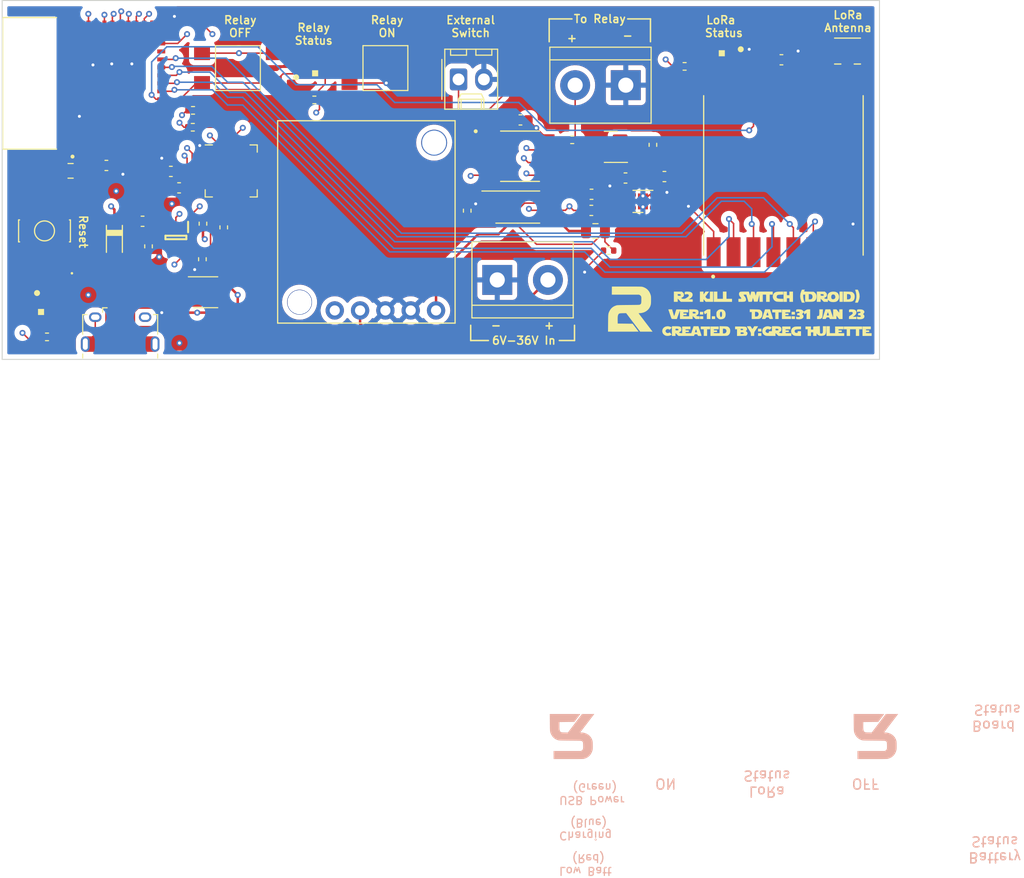
<source format=kicad_pcb>
(kicad_pcb (version 20211014) (generator pcbnew)
  (title_block (title "Kill Switch - Remote") (date "2023-01-18") (rev "1.0") (company "Created by: Greg Hulette") (comment 1 "- Creates WiFi Network for Remote Web Access") (comment 2 "- WiFi to LoRa Bridge") (comment 3 "- Buttons for Master Relay"))
  (layers (0 "F.Cu" signal) (1 "In1.Cu" signal) (2 "In2.Cu" signal) (31 "B.Cu" signal) (34 "B.Paste" user) (35 "F.Paste" user) (36 "B.SilkS" user "B.Silkscreen") (37 "F.SilkS" user "F.Silkscreen") (38 "B.Mask" user) (39 "F.Mask" user) (44 "Edge.Cuts" user))
  (net 0 "")
  (net 1 "+3V3")
  (net 2 "GND")
  (net 3 "RESET")
  (net 4 "Net-(C6-Pad2)")
  (net 5 "VBUS")
  (net 6 "+5V")
  (net 7 "Net-(D1-PadA)")
  (net 8 "USB_DP")
  (net 9 "USB_DN")
  (net 10 "EXT_Switch")
  (net 11 "Net-(J5-Pad2)")
  (net 13 "unconnected-(J1-Pad6)")
  (net 14 "RELAY_CONTROL")
  (net 15 "Net-(J3-Pad2)")
  (net 17 "Net-(L1-Pad3)")
  (net 19 "Net-(L2-Pad3)")
  (net 21 "Net-(L3-Pad3)")
  (net 22 "DTR")
  (net 23 "RTS")
  (net 24 "GPIO0")
  (net 25 "Net-(R2-Pad1)")
  (net 26 "RXD0")
  (net 27 "Net-(R3-Pad1)")
  (net 28 "TXD0")
  (net 29 "Net-(R4-Pad2)")
  (net 30 "Net-(R6-Pad1)")
  (net 31 "Net-(R9-Pad1)")
  (net 32 "RELAY_LED_DATA")
  (net 33 "EXT_SW_OUT")
  (net 36 "VIN")
  (net 37 "STATUS_LED_DATA")
  (net 47 "DI0_LORA")
  (net 48 "RESET_LORA")
  (net 49 "SCK_LORA")
  (net 50 "MISO_LORA")
  (net 51 "MOSI_LORA")
  (net 52 "NSS_LORA")
  (net 55 "OFF_SW_OUT")
  (net 56 "ON_SW_OUT")
  (net 82 "LORA_LED_DATA")
  (net 84 "Net-(S2-Pad1)")
  (net 85 "Net-(S3-Pad1)")
  (footprint "Resistor_SMD:R_0402_1005Metric" (layer "F.Cu") (at 51.142 63.02 180)
    (fp_text reference "R3" hide)
    (fp_text value "1K" hide)
  )
  (footprint "Resistor_SMD:R_0402_1005Metric" (layer "F.Cu") (at 100.454 58.61 180)
    (fp_text reference "R14" hide)
    (fp_text value "470" hide)
  )
  (footprint "Capacitor_SMD:C_0603_1608Metric" (layer "F.Cu") (at 46.082 74.148 180)
    (fp_text reference "C3" hide)
    (fp_text value ".1uF" hide)
  )
  (footprint "Resistor_SMD:R_0402_1005Metric" (layer "F.Cu") (at 52.082 77.952 -90)
    (fp_text reference "R5" hide)
    (fp_text value "47.5K" hide)
  )
  (footprint "Resistor_SMD:R_0402_1005Metric" (layer "F.Cu") (at 97.274 66.478 90)
    (fp_text reference "R7" hide)
    (fp_text value "10K" hide)
  )
  (footprint "Package_SO:TSSOP-8_4.4x3mm_P0.65mm" (layer "F.Cu") (at 83.718 72.722)
    (fp_text reference "U4" hide)
    (fp_text value "TPS2115APW" hide)
  )
  (footprint "Package_SON:WSON-6-1EP_2x2mm_P0.65mm_EP1x1.6mm_ThermalVias" (layer "F.Cu") (at 96.272 72.152 180)
    (fp_text reference "U3" hide)
    (fp_text value "LP5912-3.3DRV" hide)
  )
  (footprint "Package_TO_SOT_SMD:SOT-23" (layer "F.Cu") (at 93.048 66.682 180)
    (fp_text reference "Q3" hide)
    (fp_text value "BSS138" hide)
  )
  (footprint "Capacitor_SMD:C_0603_1608Metric" (layer "F.Cu") (at 48.92 69.146 180)
    (fp_text reference "C5" hide)
    (fp_text value ".1uF" hide)
  )
  (footprint "Resistor_SMD:R_0402_1005Metric" (layer "F.Cu") (at 46.678 76.66 90)
    (fp_text reference "R1" hide)
    (fp_text value "10K" hide)
  )
  (footprint "Resistor_SMD:R_0402_1005Metric" (layer "F.Cu") (at 92.832 77.086 180)
    (fp_text reference "R10" hide)
    (fp_text value "400" hide)
  )
  (footprint "Package_DFN_QFN:QFN-28-1EP_5x5mm_P0.5mm_EP3.35x3.35mm" (layer "F.Cu") (at 54.974 69.098)
    (fp_text reference "U2" hide)
    (fp_text value "CP2102N-A02-GQFN28" hide)
  )
  (footprint "Custom:TL3305CF260QG" (layer "F.Cu") (at 55.647 58.779)
    (fp_text reference "S3" hide)
    (fp_text value "TL3305CF260QG" hide)
  )
  (footprint "Custom:SOIC127P600X175-8N" (layer "F.Cu") (at 83.944 67.622)
    (fp_text reference "U6" hide)
    (fp_text value "LS18-S" hide)
  )
  (footprint "Custom:HRS_U.FL-R-SMT-1(10)" (layer "F.Cu") (at 116.798 57.072)
    (fp_text reference "J3" hide)
    (fp_text value "U.FL-R-SMT-1(10)" hide)
  )
  (footprint "Custom:MODULE_ESP32-PICO-MINI-02" (layer "F.Cu") (at 43.055 60.308 90)
    (fp_text reference "U1" hide)
    (fp_text value "ESP32-PICO-MINI-02" hide)
  )
  (footprint "Capacitor_SMD:C_0603_1608Metric" (layer "F.Cu") (at 91.116 71.438)
    (fp_text reference "C9" hide)
    (fp_text value ".1uF" hide)
  )
  (footprint "Resistor_SMD:R_0402_1005Metric" (layer "F.Cu") (at 63.314 61.974)
    (fp_text reference "R17" hide)
    (fp_text value "470" hide)
  )
  (footprint "Custom:SOT65P230X110-6N" (layer "F.Cu") (at 49.423 75.77 -90)
    (fp_text reference "Q2" hide)
    (fp_text value "UMH3N" hide)
  )
  (footprint "Package_TO_SOT_SMD:SOT-143" (layer "F.Cu") (at 52.424 81.264)
    (fp_text reference "D2" hide)
    (fp_text value "SP0503BAHTG" hide)
  )
  (footprint "Capacitor_SMD:C_0603_1608Metric" (layer "F.Cu") (at 94.526 69.808)
    (fp_text reference "C6" hide)
    (fp_text value "1uF" hide)
  )
  (footprint "Custom:TL3305CF260QG" (layer "F.Cu") (at 70.441332 58.779)
    (fp_text reference "S2" hide)
    (fp_text value "TL3305CF260QG" hide)
  )
  (footprint "Capacitor_SMD:C_0603_1608Metric" (layer "F.Cu") (at 91.096 73.058)
    (fp_text reference "C12" hide)
    (fp_text value ".1uF" hide)
  )
  (footprint "Custom:SW_TL3342F160QG" (layer "F.Cu") (at 36.2445 75.1125 90)
    (fp_text reference "S1" hide)
    (fp_text value "TL3342F160QG" hide)
  )
  (footprint "Capacitor_SMD:C_0805_2012Metric" (layer "F.Cu") (at 91.512 75.122)
    (fp_text reference "C8" hide)
    (fp_text value "10uF" hide)
  )
  (footprint "TerminalBlock:TerminalBlock_bornier-2_P5.08mm" (layer "F.Cu") (at 81.66 80.028)
    (fp_text reference "J2" hide)
    (fp_text value "Screw_Terminal_01x02" hide)
  )
  (footprint "Resistor_SMD:R_0402_1005Metric" (layer "F.Cu") (at 36.496 85.742)
    (fp_text reference "R16" hide)
    (fp_text value "470" hide)
  )
  (footprint "Resistor_SMD:R_0402_1005Metric" (layer "F.Cu") (at 52.14 74.388 90)
    (fp_text reference "R4" hide)
    (fp_text value "22.1K" hide)
  )
  (footprint "Capacitor_SMD:C_0603_1608Metric" (layer "F.Cu") (at 49.746 70.792 180)
    (fp_text reference "C4" hide)
    (fp_text value "4.7uF" hide)
  )
  (footprint "Capacitor_SMD:C_0805_2012Metric" (layer "F.Cu") (at 38.862 69.088 180)
    (fp_text reference "C1" hide)
    (fp_text value "10uF" hide)
  )
  (footprint "Resistor_SMD:R_0402_1005Metric" (layer "F.Cu") (at 78.648 73.084 90)
    (fp_text reference "R9" hide)
    (fp_text value "400" hide)
  )
  (footprint "TerminalBlock:TerminalBlock_bornier-2_P5.08mm" (layer "F.Cu") (at 94.554 60.494 180)
    (fp_text reference "J5" hide)
    (fp_text value "Screw_Terminal_01x02" hide)
  )
  (footprint "Capacitor_SMD:C_0603_1608Metric" (layer "F.Cu") (at 83.986 63.98)
    (fp_text reference "C11" hide)
    (fp_text value ".1uF" hide)
  )
  (footprint "Custom:RFM95W-915S2" (layer "F.Cu") (at 110.365 69.546 90)
    (fp_text reference "U5" hide)
    (fp_text value "RFM95W-915S2" hide)
  )
  (footprint "Custom:WS2812B-2020" (layer "F.Cu") (at 104.185 57.891)
    (fp_text reference "L1" hide)
    (fp_text value "WS2812B-2020" hide)
  )
  (footprint "Capacitor_SMD:C_0603_1608Metric" (layer "F.Cu") (at 98.428 69.66 180)
    (fp_text reference "C7" hide)
    (fp_text value "1uF" hide)
  )
  (footprint "Logos:DroidKillSwitchLogo" (layer "F.Cu") (at 108.712 83.312)
    (fp_text reference "G***" hide)
    (fp_text value "LOGO" hide)
  )
  (footprint "Resistor_SMD:R_0402_1005Metric" (layer "F.Cu") (at 51.12 64.714 180)
    (fp_text reference "R2" hide)
    (fp_text value "1K" hide)
  )
  (footprint "Resistor_SMD:R_0402_1005Metric" (layer "F.Cu") (at 89.178 65.972)
    (fp_text reference "R8" hide)
    (fp_text value "10K" hide)
  )
  (footprint "Custom:SOD3716X135N" (layer "F.Cu") (at 43.2545 75.9125 -90)
    (fp_text reference "D1" hide)
    (fp_text value "B5819W-TP" hide)
  )
  (footprint "Capacitor_SMD:C_0603_1608Metric" (layer "F.Cu") (at 42.452 68.546)
    (fp_text reference "C2" hide)
    (fp_text value ".1uF" hide)
  )
  (footprint "Connector_USB:USB_Micro-B_Amphenol_10118194_Horizontal" (layer "F.Cu") (at 43.836 85.166)
    (fp_text reference "J1" hide)
    (fp_text value "USB_B_Micro" hide)
  )
  (footprint "Resistor_SMD:R_0402_1005Metric" (layer "F.Cu") (at 54.224 74.758 -90)
    (fp_text reference "R6" hide)
    (fp_text value "1K" hide)
  )
  (footprint "Custom:WS2812B-2020" (layer "F.Cu") (at 36.495 83.245 90)
    (fp_text reference "L2" hide)
    (fp_text value "WS2812B-2020" hide)
  )
  (footprint "Pololu:VoltageREG_2851" (layer "F.Cu") (at 68.53 74.21 90)
    (fp_text reference "U7" hide)
    (fp_text value "D24V550F5_Step_Down_Regulator" hide)
  )
  (footprint "Custom:WS2812B-2020" (layer "F.Cu") (at 63.386666 58.704 180)
    (fp_text reference "L3" hide)
    (fp_text value "WS2812B-2020" hide)
  )
  (footprint "Connector_Molex:Molex_KK-254_AE-6410-02A_1x02_P2.54mm_Vertical" (layer "F.Cu") (at 77.776 59.914)
    (fp_text reference "J4" hide)
    (fp_text value "Conn_01x02" hide)
  )
  (footprint "Logos:R2_Logo_V2" (layer "F.Cu") (at 94.996 83.312)
    (fp_text reference "G***" hide)
    (fp_text value "LOGO" hide)
  )
  (footprint "Capacitor_SMD:C_0603_1608Metric" (layer "F.Cu") (at 110.166 57.946)
    (fp_text reference "C10" hide)
    (fp_text value ".1uF" hide)
  )
  (footprint "Logos:R2_Logo_V2" (layer "B.Cu") (at 89.154 125.476)
    (fp_text reference "G***" hide)
    (fp_text value "LOGO" hide)
  )
  (footprint "Logos:R2_Logo_V2" (layer "B.Cu") (at 119.634 125.476)
    (fp_text reference "G***" hide)
    (fp_text value "LOGO" hide)
  )
  (gr_line (start 86.868 53.848) (end 89.154 53.848) (layer "F.SilkS") (width 0.15))
  (gr_line (start 86.868 56.134) (end 86.868 53.848) (layer "F.SilkS") (width 0.15))
  (gr_line (start 78.994 84.582) (end 78.994 86.106) (layer "F.SilkS") (width 0.15))
  (gr_line (start 87.884 86.106) (end 89.408 86.106) (layer "F.SilkS") (width 0.15))
  (gr_line (start 78.994 86.106) (end 80.772 86.106) (layer "F.SilkS") (width 0.15))
  (gr_line (start 89.408 86.106) (end 89.408 84.582) (layer "F.SilkS") (width 0.15))
  (gr_line (start 97.028 53.848) (end 97.028 56.134) (layer "F.SilkS") (width 0.15))
  (gr_line (start 94.742 53.848) (end 97.028 53.848) (layer "F.SilkS") (width 0.15))
  (gr_line (start 32 52) (end 120 52) (layer "Edge.Cuts") (width 0.1))
  (gr_line (start 120 88) (end 32 88) (layer "Edge.Cuts") (width 0.1))
  (gr_line (start 32 88) (end 32 52) (layer "Edge.Cuts") (width 0.1))
  (gr_line (start 120 52) (end 120 88) (layer "Edge.Cuts") (width 0.1))
  (gr_text "OFF" (at 118.618 130.556 180) (layer "B.SilkS") (effects (font (size 1 1)) (justify mirror)))
  (gr_text "USB Power \n(Green)" (at 91.451809 131.572 180) (layer "B.SilkS") (effects (font (size 0.8 0.8) (thickness 0.125)) (justify mirror)))
  (gr_text "Low Batt \n(Red)" (at 90.80419 138.684 180) (layer "B.SilkS") (effects (font (size 0.8 0.8) (thickness 0.125)) (justify mirror)))
  (gr_text "Board \nStatus" (at 131.826 123.952 180) (layer "B.SilkS") (effects (font (size 1 1)) (justify mirror)))
  (gr_text "LoRa\nStatus" (at 108.712 130.556 180) (layer "B.SilkS") (effects (font (size 1 1)) (justify mirror)))
  (gr_text "Battery\nStatus" (at 131.572 137.16 180) (layer "B.SilkS") (effects (font (size 1 1)) (justify mirror)))
  (gr_text "ON" (at 98.552 130.556 180) (layer "B.SilkS") (effects (font (size 1 1)) (justify mirror)))
  (gr_text "Charging \n(Blue)" (at 90.823237 135.128 180) (layer "B.SilkS") (effects (font (size 0.8 0.8) (thickness 0.125)) (justify mirror)))
  (gr_text "LoRa \nStatus" (at 104.394 54.61) (layer "F.SilkS") (effects (font (size 0.8 0.8))))
  (gr_text "To Relay" (at 91.948 53.848) (layer "F.SilkS") (effects (font (size 0.8 0.8))))
  (gr_text "6V-36V In" (at 84.328 86.106) (layer "F.SilkS") (effects (font (size 0.8 0.8))))
  (gr_text "-" (at 81.534 84.582) (layer "F.SilkS") (effects (font (size 0.8 0.8))))
  (gr_text "+" (at 89.154 55.88 180) (layer "F.SilkS") (effects (font (size 0.8 0.8))))
  (gr_text "LoRa\nAntenna" (at 116.84 54.102) (layer "F.SilkS") (effects (font (size 0.8 0.8))))
  (gr_text "-" (at 94.742 55.626 180) (layer "F.SilkS") (effects (font (size 0.8 0.8))))
  (gr_text "+" (at 86.868 84.582) (layer "F.SilkS") (effects (font (size 0.8 0.8))))
  (gr_text "Relay\nStatus" (at 63.246 55.372) (layer "F.SilkS") (effects (font (size 0.8 0.8))))
  (gr_text "Relay\nOFF" (at 55.88 54.61) (layer "F.SilkS") (effects (font (size 0.8 0.8))))
  (gr_text "External\nSwitch" (at 78.994 54.61) (layer "F.SilkS") (effects (font (size 0.8 0.8))))
  (gr_text "Relay\nON" (at 70.612 54.61) (layer "F.SilkS") (effects (font (size 0.8 0.8))))
  (gr_text "Reset" (at 40.132 75.184 270) (layer "F.SilkS") (effects (font (size 0.8 0.8))))
  (segment (start 52.524 70.598) (end 51.548 70.598) (width 0.25) (layer "F.Cu") (net 1))
  (segment (start 40.655 68.245) (end 39.812 69.088) (width 0.25) (layer "F.Cu") (net 1))
  (segment (start 51.548 70.598) (end 50.715 70.598) (width 0.25) (layer "F.Cu") (net 1))
  (segment (start 40.655 66.208) (end 40.655 68.245) (width 0.25) (layer "F.Cu") (net 1))
  (segment (start 51.81 70.098) (end 52.524 70.098) (width 0.25) (layer "F.Cu") (net 1))
  (segment (start 97.948 72.802) (end 98.298 73.152) (width 0.1524) (layer "F.Cu") (net 1))
  (segment (start 40.655 66.208) (end 40.655 67.524) (width 0.25) (layer "F.Cu") (net 1))
  (segment (start 97.1595 72.802) (end 97.948 72.802) (width 0.1524) (layer "F.Cu") (net 1))
  (segment (start 40.655 67.524) (end 41.677 68.546) (width 0.25) (layer "F.Cu") (net 1))
  (segment (start 51.548 70.598) (end 51.548 70.36) (width 0.25) (layer "F.Cu") (net 1))
  (segment (start 51.302 70.098) (end 51.81 70.098) (width 0.25) (layer "F.Cu") (net 1))
  (segment (start 51.548 70.36) (end 51.81 70.098) (width 0.25) (layer "F.Cu") (net 1))
  (segment (start 50.715 70.598) (end 50.521 70.792) (width 0.25) (layer "F.Cu") (net 1))
  (segment (start 49.695 69.146) (end 50.35 69.146) (width 0.25) (layer "F.Cu") (net 1))
  (segment (start 50.35 69.146) (end 51.302 70.098) (width 0.25) (layer "F.Cu") (net 1))
  (via (at 47.752 77.724) (size 0.6) (drill 0.3) (layers "F.Cu" "B.Cu") (net 1))
  (via (at 43.434 71.12) (size 0.6) (drill 0.3) (layers "F.Cu" "B.Cu") (net 1))
  (via (at 49.784 86.36) (size 0.6) (drill 0.3) (layers "F.Cu" "B.Cu") (net 1))
  (via (at 40.64 81.534) (size 0.6) (drill 0.3) (layers "F.Cu" "B.Cu") (net 1))
  (via (at 49.022 72.39) (size 0.6) (drill 0.3) (layers "F.Cu" "B.Cu") (net 1))
  (segment (start 117.365 74.439) (end 117.348 74.422) (width 0.1524) (layer "F.Cu") (net 2))
  (segment (start 48.005 67.819) (end 48.005 69.006) (width 0.25) (layer "F.Cu") (net 2))
  (segment (start 88.838 75.122) (end 90.562 75.122) (width 0.25) (layer "F.Cu") (net 2))
  (segment (start 118.273 56.043) (end 117.856 55.626) (width 0.1524) (layer "F.Cu") (net 2))
  (segment (start 34.3445 80.7295) (end 35.845 82.23) (width 0.25) (layer "F.Cu") (net 2))
  (segment (start 115.365 57.114) (end 115.323 57.072) (width 0.1524) (layer "F.Cu") (net 2))
  (segment (start 100.838 72.644) (end 99.203 71.009) (width 0.1524) (layer "F.Cu") (net 2))
  (segment (start 91.871 73.229) (end 91.871 73.058) (width 0.25) (layer "F.Cu") (net 2))
  (segment (start 60.172 59.354) (end 62.371666 59.354) (width 0.1524) (layer "F.Cu") (net 2))
  (segment (start 90.424 79.248) (end 90.424 78.984) (width 0.1524) (layer "F.Cu") (net 2))
  (segment (start 96.922 71.502) (end 97.1595 71.502) (width 0.1524) (layer "F.Cu") (net 2))
  (segment (start 46.255 63.508) (end 45.005 62.258) (width 0.1524) (layer "F.Cu") (net 2))
  (segment (start 51.816 68.268315) (end 51.816 66.548) (width 0.1524) (layer "F.Cu") (net 2))
  (segment (start 45.136 83.766) (end 45.136 83.291) (width 0.25) (layer "F.Cu") (net 2))
  (segment (start 86.419 65.638) (end 85.5745 64.7935) (width 0.1524) (layer "F.Cu") (net 2))
  (segment (start 103.365 77.246) (end 103.365 75.171) (width 0.1524) (layer "F.Cu") (net 2))
  (segment (start 45.623 82.804) (end 47.498 82.804) (width 0.25) (layer "F.Cu") (net 2))
  (segment (start 37.912 66.451) (end 38.105 66.258) (width 0.25) (layer "F.Cu") (net 2))
  (segment (start 45.307 74.148) (end 45.307 70.626) (width 0.25) (layer "F.Cu") (net 2))
  (segment (start 37.912 69.088) (end 37.912 66.451) (width 0.25) (layer "F.Cu") (net 2))
  (segment (start 39.805 66.258) (end 39.855 66.208) (width 0.25) (layer "F.Cu") (net 2))
  (segment (start 98.679 71.247) (end 99.203 70.723) (width 0.1524) (layer "F.Cu") (net 2))
  (segment (start 52.145685 68.598) (end 51.816 68.268315) (width 0.1524) (layer "F.Cu") (net 2))
  (segment (start 93.751 69.808) (end 92.9555 70.6035) (width 0.1524) (layer "F.Cu") (net 2))
  (segment (start 51.324 79.01) (end 51.324 80.494) (width 0.25) (layer "F.Cu") (net 2))
  (segment (start 99.203 70.723) (end 99.203 69.66) (width 0.1524) (layer "F.Cu") (net 2))
  (segment (start 47.498 82.804) (end 48.006 83.312) (width 0.25) (layer "F.Cu") (net 2))
  (segment (start 103.365 75.171) (end 100.838 72.644) (width 0.1524) (layer "F.Cu") (net 2))
  (segment (start 47.955 63.508) (end 46.255 63.508) (width 0.1524) (layer "F.Cu") (net 2))
  (segment (start 48.252 63.508) (end 51.481 60.279) (width 0.1524) (layer "F.Cu") (net 2))
  (segment (start 59.247 60.279) (end 60.172 59.354) (width 0.1524) (layer "F.Cu") (net 2))
  (segment (start 38.105 54.358) (end 38.105 66.258) (width 0.25) (layer "F.Cu") (net 2))
  (segment (start 52.047 60.279) (end 59.247 60.279) (width 0.1524) (layer "F.Cu") (net 2))
  (segment (start 115.365 61.846) (end 115.365 57.114) (width 0.1524) (layer "F.Cu") (net 2))
  (segment (start 39.055 66.208) (end 39.055 64.308) (width 0.25) (layer "F.Cu") (net 2))
  (segment (start 45.307 70.626) (end 44.1095 69.4285) (width 0.25) (layer "F.Cu") (net 2))
  (segment (start 117.365 77.246) (end 117.365 74.439) (width 0.1524) (layer "F.Cu") (net 2))
  (segment (start 111.815 57.072) (end 110.941 57.946) (width 0.1524) (layer "F.Cu") (net 2))
  (segment (start 48.971 69.972) (end 48.971 70.792) (width 0.25) (layer "F.Cu") (net 2))
  (segment (start 106.589 57.241) (end 106.934 56.896) (width 0.1524) (layer "F.Cu") (net 2))
  (segment (start 92.9555 70.6035) (end 92.121 71.438) (width 0.1524) (layer "F.Cu") (net 2))
  (segment (start 105.2 57.241) (end 106.589 57.241) (width 0.1524) (layer "F.Cu") (net 2))
  (segment (start 51.308 78.994) (end 51.324 79.01) (width 0.25) (layer "F.Cu") (net 2))
  (segment (start 51.481 60.279) (end 52.047 60.279) (width 0.1524) (layer "F.Cu") (net 2))
  (segment (start 34.3445 71.9625) (end 34.3445 78.2625) (width 0.25) (layer "F.Cu") (net 2))
  (segment (start 90.562 74.538) (end 91.871 73.229) (width 0.25) (layer "F.Cu") (net 2))
  (segment (start 41.105 62.258) (end 41.105 58.463) (width 0.25) (layer "F.Cu") (net 2))
  (segment (start 99.203 71.009) (end 99.203 69.66) (width 0.1524) (layer "F.Cu") (net 2))
  (segment (start 45.005 62.258) (end 41.105 62.258) (width 0.25) (layer "F.Cu") (net 2))
  (segment (start 51.84 78.462) (end 51.308 78.994) (width 0.25) (layer "F.Cu") (net 2))
  (segment (start 44.1095 69.4285) (end 43.227 68.546) (width 0.25) (layer "F.Cu") (net 2))
  (segment (start 45.005 58.358) (end 45.005 62.258) (width 0.25) (layer "F.Cu") (net 2))
  (segment (start 85.5745 64.7935) (end 84.761 63.98) (width 0.1524) (layer "F.Cu") (net 2))
  (segment (start 79.495 72.397) (end 80.8555 72.397) (width 0.25) (layer "F.Cu") (net 2))
  (segment (start 37.219 69.088) (end 37.912 69.088) (width 0.25) (layer "F.Cu") (net 2))
  (segment (start 43.055 62.258) (end 43.055 58.358) (width 0.25) (layer "F.Cu") (net 2))
  (segment (start 41.105 58.358) (end 42.988 58.358) (width 0.25) (layer "F.Cu") (net 2))
  (segment (start 66.841332 60.279) (end 70.531 60.279) (width 0.1524) (layer "F.Cu") (net 2))
  (segment (start 38.105 66.258) (end 39.805 66.258) (width 0.25) (layer "F.Cu") (net 2))
  (segment (start 111.838 57.072) (end 111.815 57.072) (width 0.1524) (layer "F.Cu") (net 2))
  (segment (start 48.512 54.358) (end 49.276 53.594) (width 0.1524) (layer "F.Cu") (net 2))
  (segment (start 48.005 69.006) (end 48.971 69.972) (width 0.25) (layer "F.Cu") (net 2))
  (segment (start 45.005 60.308) (end 41.105 60.308) (width 0.25) (layer "F.Cu") (net 2))
  (segment (start 48.005 66.258) (end 48.005 67.819) (width 0.25) (layer "F.Cu") (net 2))
  (segment (start 98.424 71.502) (end 98.679 71.247) (width 0.1524) (layer "F.Cu") (net 2))
  (segment (start 34.3445 78.2625) (end 34.3445 80.7295) (width 0.25) (layer "F.Cu") (net 2))
  (segment (start 34.3445 71.9625) (end 37.219 69.088) (width 0.25) (layer "F.Cu") (net 2))
  (segment (start 115.5166 55.626) (end 115.323 55.8196) (width 0.1524) (layer "F.Cu") (net 2))
  (segment (start 118.273 57.072) (end 118.273 56.043) (width 0.1524) (layer "F.Cu") (net 2))
  (segment (start 115.323 57.072) (end 111.838 57.072) (width 0.1524) (layer "F.Cu") (net 2))
  (segment (start 52.524 68.598) (end 54.474 68.598) (width 0.1524) (layer "F.Cu") (net 2))
  (segment (start 78.825 72.397) (end 79.495 72.397) (width 0.25) (layer "F.Cu") (net 2))
  (segment (start 70.531 60.279) (end 74.041332 60.279) (width 0.1524) (layer "F.Cu") (net 2))
  (segment (start 95.3845 72.152) (end 96.272 72.152) (width 0.1524) (layer "F.Cu") (net 2))
  (segment (start 47.055 66.208) (end 47.955 66.208) (width 0.1524) (layer "F.Cu") (net 2))
  (segment (start 54.474 68.598) (end 54.974 69.098) (width 0.1524) (layer "F.Cu") (net 2))
  (segment (start 115.323 55.8196) (end 115.323 57.072) (width 0.1524) (layer "F.Cu") (net 2))
  (segment (start 91.891 71.438) (end 91.891 73.038) (width 0.25) (layer "F.Cu") (net 2))
  (segment (start 97.1595 71.502) (end 98.424 71.502) (width 0.1524) (layer "F.Cu") (net 2))
  (segment (start 90.562 75.122) (end 90.562 74.538) (width 0.25) (layer "F.Cu") (net 2))
  (segment (start 86.419 65.717) (end 86.419 65.638) (width 0.1524) (layer "F.Cu") (net 2))
  (segment (start 48.005 54.358) (end 48.512 54.358) (width 0.1524) (layer "F.Cu") (net 2))
  (segment (start 47.955 63.508) (end 48.252 63.508) (width 0.1524) (layer "F.Cu") (net 2))
  (segment (start 39.7435 63.6195) (end 41.105 62.258) (width 0.25) (layer "F.Cu") (net 2))
  (segment (start 41.105 58.463) (end 41.105 58.358) (width 0.25) (layer "F.Cu") (net 2))
  (segment (start 47.955 66.208) (end 48.005 66.258) (width 0.1524) (layer "F.Cu") (net 2))
  (segment (start 39.055 64.308) (end 39.7435 63.6195) (width 0.25) (layer "F.Cu") (net 2))
  (segment (start 96.272 72.152) (end 96.922 71.502) (width 0.1524) (layer "F.Cu") (net 2))
  (segment (start 90.424 78.984) (end 92.322 77.086) (width 0.1524) (layer "F.Cu") (net 2))
  (segment (start 91.891 73.038) (end 91.871 73.058) (width 0.25) (layer "F.Cu") (net 2))
  (segment (start 45.136 83.291) (end 45.623 82.804) (width 0.25) (layer "F.Cu") (net 2))
  (segment (start 86.5805 73.697) (end 87.413 73.697) (width 0.25) (layer "F.Cu") (net 2))
  (segment (start 52.524 68.598) (end 52.145685 68.598) (width 0.1524) (layer "F.Cu") (net 2))
  (segment (start 87.413 73.697) (end 88.838 75.122) (width 0.25) (layer "F.Cu") (net 2))
  (segment (start 42.988 58.358) (end 45.005 58.358) (width 0.25) (layer "F.Cu") (net 2))
  (segment (start 92.121 71.438) (end 91.891 71.438) (width 0.1524) (layer "F.Cu") (net 2))
  (segment (start 117.856 55.626) (end 115.5166 55.626) (width 0.1524) (layer "F.Cu") (net 2))
  (segment (start 78.648 72.574) (end 78.825 72.397) (width 0.25) (layer "F.Cu") (net 2))
  (segment (start 52.082 78.462) (end 51.84 78.462) (width 0.25) (layer "F.Cu") (net 2))
  (via (at 100.838 72.644) (size 0.6) (drill 0.3) (layers "F.Cu" "B.Cu") (net 2))
  (via (at 41.105 58.463) (size 0.6) (drill 0.3) (layers "F.Cu" "B.Cu") (net 2))
  (via (at 106.934 56.896) (size 0.6) (drill 0.3) (layers "F.Cu" "B.Cu") (net 2))
  (via (at 44.1095 69.4285) (size 0.6) (drill 0.3) (layers "F.Cu" "B.Cu") (net 2))
  (via (at 48.006 83.312) (size 0.6) (drill 0.3) (layers "F.Cu" "B.Cu") (net 2))
  (via (at 92.9555 70.6035) (size 0.6) (drill 0.3) (layers "F.Cu" "B.Cu") (net 2))
  (via (at 79.495 72.397) (size 0.6) (drill 0.3) (layers "F.Cu" "B.Cu") (net 2))
  (via (at 51.816 66.548) (size 0.6) (drill 0.3) (layers "F.Cu" "B.Cu") (net 2))
  (via (at 48.005 67.819) (size 0.6) (drill 0.3) (layers "F.Cu" "B.Cu") (net 2))
  (via (at 98.679 71.247) (size 0.6) (drill 0.3) (layers "F.Cu" "B.Cu") (net 2))
  (via (at 85.5745 64.7935) (size 0.6) (drill 0.3) (layers "F.Cu" "B.Cu") (net 2))
  (via (at 70.531 60.279) (size 0.6) (drill 0.3) (layers "F.Cu" "B.Cu") (net 2))
  (via (at 49.276 53.594) (size 0.6) (drill 0.3) (layers "F.Cu" "B.Cu") (net 2))
  (via (at 90.424 79.248) (size 0.6) (drill 0.3) (layers "F.Cu" "B.Cu") (net 2))
  (via (at 117.348 74.422) (size 0.6) (drill 0.3) (layers "F.Cu" "B.Cu") (net 2))
  (via (at 111.838 57.072) (size 0.6) (drill 0.3) (layers "F.Cu" "B.Cu") (net 2))
  (via (at 51.308 78.994) (size 0.6) (drill 0.3) (layers "F.Cu" "B.Cu") (net 2))
  (via (at 45.005 58.358) (size 0.6) (drill 0.3) (layers "F.Cu" "B.Cu") (net 2))
  (via (at 42.988 58.358) (size 0.6) (drill 0.3) (layers "F.Cu" "B.Cu") (net 2))
  (via (at 39.7435 63.6195) (size 0.6) (drill 0.3) (layers "F.Cu" "B.Cu") (net 2))
  (segment (start 46.228 75.946) (end 46.857 75.317) (width 0.25) (layer "F.Cu") (net 3))
  (segment (start 46.857 74.148) (end 46.857 75.317) (width 0.25) (layer "F.Cu") (net 3))
  (segment (start 38.1445 78.2625) (end 39.5935 78.2625) (width 0.25) (layer "F.Cu") (net 3))
  (segment (start 46.857 70.225) (end 46.857 74.148) (width 0.25) (layer "F.Cu") (net 3))
  (segment (start 44.655 68.023) (end 46.857 70.225) (width 0.25) (layer "F.Cu") (net 3))
  (segment (start 48.201 74.148) (end 48.773 74.72) (width 0.25) (layer "F.Cu") (net 3))
  (segment (start 46.857 75.317) (end 46.857 75.971) (width 0.25) (layer "F.Cu") (net 3))
  (segment (start 46.857 75.971) (end 46.678 76.15) (width 0.25) (layer "F.Cu") (net 3))
  (segment (start 38.1445 72.1805) (end 41.91 75.946) (width 0.25) (layer "F.Cu") (net 3))
  (segment (start 38.1445 71.9625) (end 38.1445 72.1805) (width 0.25) (layer "F.Cu") (net 3))
  (segment (start 39.5935 78.2625) (end 41.91 75.946) (width 0.25) (layer "F.Cu") (net 3))
  (segment (start 41.91 75.946) (end 46.228 75.946) (width 0.25) (layer "F.Cu") (net 3))
  (segment (start 46.857 74.148) (end 48.201 74.148) (width 0.25) (layer "F.Cu") (net 3))
  (segment (start 44.655 66.208) (end 44.655 68.023) (width 0.25) (layer "F.Cu") (net 3))
  (segment (start 94.234 70.875) (end 95.301 69.808) (width 0.1524) (layer "F.Cu") (net 4))
  (segment (start 86.505789 72.322289) (end 84.395711 72.322289) (width 0.1524) (layer "F.Cu") (net 4))
  (segment (start 85.598 76.454) (end 91.13 76.454) (width 0.1524) (layer "F.Cu") (net 4))
  (segment (start 93.342 77.086) (end 92.462 76.206) (width 0.1524) (layer "F.Cu") (net 4))
  (segment (start 86.5805 72.397) (end 86.505789 72.322289) (width 0.1524) (layer "F.Cu") (net 4))
  (segment (start 94.868 71.502) (end 94.234 72.136) (width 0.1524) (layer "F.Cu") (net 4))
  (segment (start 91.13 76.454) (end 92.462 75.122) (width 0.1524) (layer "F.Cu") (net 4))
  (segment (start 84.395711 72.322289) (end 83.566 73.152) (width 0.1524) (layer "F.Cu") (net 4))
  (segment (start 94.646 72.938) (end 92.462 75.122) (width 0.1524) (layer "F.Cu") (net 4))
  (segment (start 94.234 72.39) (end 94.234 72.136) (width 0.1524) (layer "F.Cu") (net 4))
  (segment (start 94.646 72.802) (end 94.646 72.938) (width 0.1524) (layer "F.Cu") (net 4))
  (segment (start 92.462 76.206) (end 92.462 75.122) (width 0.1524) (layer "F.Cu") (net 4))
  (segment (start 83.566 73.152) (end 83.566 74.422) (width 0.1524) (layer "F.Cu") (net 4))
  (segment (start 95.3845 72.802) (end 94.646 72.802) (width 0.1524) (layer "F.Cu") (net 4))
  (segment (start 94.234 72.136) (end 94.234 70.875) (width 0.1524) (layer "F.Cu") (net 4))
  (segment (start 94.646 72.802) (end 94.234 72.39) (width 0.1524) (layer "F.Cu") (net 4))
  (segment (start 83.566 74.422) (end 85.598 76.454) (width 0.1524) (layer "F.Cu") (net 4))
  (segment (start 95.3845 71.502) (end 94.868 71.502) (width 0.1524) (layer "F.Cu") (net 4))
  (segment (start 84.985 73.047) (end 84.836 72.898) (width 0.1524) (layer "F.Cu") (net 5))
  (segment (start 86.5805 73.047) (end 88.497 73.047) (width 0.1524) (layer "F.Cu") (net 5))
  (segment (start 88.497 73.047) (end 88.9 72.644) (width 0.1524) (layer "F.Cu") (net 5))
  (segment (start 86.5805 73.047) (end 84.985 73.047) (width 0.1524) (layer "F.Cu") (net 5))
  (segment (start 52.324 75.946) (end 52.14 75.762) (width 0.25) (layer "F.Cu") (net 5))
  (segment (start 43.2545 72.9725) (end 42.926 72.644) (width 0.25) (layer "F.Cu") (net 5))
  (segment (start 89.314 73.058) (end 88.9 72.644) (width 0.1524) (layer "F.Cu") (net 5))
  (segment (start 52.14 74.898) (end 52.14 75.762) (width 0.25) (layer "F.Cu") (net 5))
  (segment (start 43.2545 74.2742) (end 43.2545 72.9725) (width 0.25) (layer "F.Cu") (net 5))
  (segment (start 90.321 73.058) (end 89.314 73.058) (width 0.1524) (layer "F.Cu") (net 5))
  (via (at 84.836 72.898) (size 0.6) (drill 0.3) (layers "F.Cu" "B.Cu") (net 5))
  (via (at 42.926 72.644) (size 0.6) (drill 0.3) (layers "F.Cu" "B.Cu") (net 5))
  (via (at 88.9 72.644) (size 0.6) (drill 0.3) (layers "F.Cu" "B.Cu") (net 5))
  (via (at 52.324 75.946) (size 0.6) (drill 0.3) (layers "F.Cu" "B.Cu") (net 5))
  (segment (start 87.511 71.747) (end 88.138 71.12) (width 0.25) (layer "F.Cu") (net 6))
  (segment (start 83.447 71.747) (end 86.5805 71.747) (width 0.25) (layer "F.Cu") (net 6))
  (segment (start 90.023 71.12) (end 90.341 71.438) (width 0.25) (layer "F.Cu") (net 6))
  (segment (start 88.138 71.12) (end 88.646 71.12) (width 0.25) (layer "F.Cu") (net 6))
  (segment (start 80.8555 73.047) (end 82.147 73.047) (width 0.25) (layer "F.Cu") (net 6))
  (segment (start 82.804 72.39) (end 83.447 71.747) (width 0.25) (layer "F.Cu") (net 6))
  (segment (start 75.52 83.09) (end 75.52 79.674) (width 0.25) (layer "F.Cu") (net 6))
  (segment (start 82.677 72.517) (end 82.804 72.39) (width 0.25) (layer "F.Cu") (net 6))
  (segment (start 79.756 75.438) (end 81.788 75.438) (width 0.25) (layer "F.Cu") (net 6))
  (segment (start 86.5805 71.747) (end 87.511 71.747) (width 0.25) (layer "F.Cu") (net 6))
  (segment (start 75.52 79.674) (end 79.756 75.438) (width 0.25) (layer "F.Cu") (net 6))
  (segment (start 82.677 74.549) (end 82.677 72.517) (width 0.25) (layer "F.Cu") (net 6))
  (segment (start 88.646 71.12) (end 90.023 71.12) (width 0.25) (layer "F.Cu") (net 6))
  (segment (start 82.147 73.047) (end 82.677 72.517) (width 0.25) (layer "F.Cu") (net 6))
  (segment (start 88.646 71.12) (end 88.646 65.994) (width 0.25) (layer "F.Cu") (net 6))
  (segment (start 88.646 65.994) (end 88.668 65.972) (width 0.25) (layer "F.Cu") (net 6))
  (segment (start 81.788 75.438) (end 82.677 74.549) (width 0.25) (layer "F.Cu") (net 6))
  (segment (start 42.536 82.891978) (end 42.536 83.766) (width 0.25) (layer "F.Cu") (net 7))
  (segment (start 43.2545 80.6975) (end 43.2545 80.9515) (width 0.25) (layer "F.Cu") (net 7))
  (segment (start 43.2545 82.173478) (end 42.536 82.891978) (width 0.25) (layer "F.Cu") (net 7))
  (segment (start 43.688 80.264) (end 43.2545 80.6975) (width 0.25) (layer "F.Cu") (net 7))
  (segment (start 43.2545 80.9515) (end 43.2545 82.173478) (width 0.25) (layer "F.Cu") (net 7))
  (segment (start 49.956 82.214) (end 48.006 80.264) (width 0.25) (layer "F.Cu") (net 7))
  (segment (start 51.324 82.214) (end 49.956 82.214) (width 0.25) (layer "F.Cu") (net 7))
  (segment (start 43.2545 77.5508) (end 43.2545 80.9515) (width 0.25) (layer "F.Cu") (net 7))
  (segment (start 48.006 80.264) (end 43.688 80.264) (width 0.25) (layer "F.Cu") (net 7))
  (segment (start 44.45 81.28) (end 43.836 81.894) (width 0.25) (layer "F.Cu") (net 8))
  (segment (start 49.53 83.312) (end 47.498 81.28) (width 0.25) (layer "F.Cu") (net 8))
  (segment (start 52.426 83.312) (end 51.562 83.312) (width 0.25) (layer "F.Cu") (net 8))
  (segment (start 52.524 69.098) (end 51.826 69.098) (width 0.1524) (layer "F.Cu") (net 8))
  (segment (start 47.498 81.28) (end 44.45 81.28) (width 0.25) (layer "F.Cu") (net 8))
  (segment (start 53.524 82.214) (end 52.426 83.312) (width 0.25) (layer "F.Cu") (net 8))
  (segment (start 51.562 83.312) (end 49.53 83.312) (width 0.25) (layer "F.Cu") (net 8))
  (segment (start 51.054 68.326) (end 51.054 67.31) (width 0.1524) (layer "F.Cu") (net 8))
  (segment (start 51.826 69.098) (end 51.054 68.326) (width 0.1524) (layer "F.Cu") (net 8))
  (segment (start 43.836 81.894) (end 43.836 83.766) (width 0.25) (layer "F.Cu") (net 8))
  (segment (start 51.054 67.31) (end 50.546 66.802) (width 0.1524) (layer "F.Cu") (net 8))
  (via (at 50.546 66.802) (size 0.6) (drill 0.3) (layers "F.Cu" "B.Cu") (net 8))
  (via (at 51.562 83.312) (size 0.6) (drill 0.3) (layers "F.Cu" "B.Cu") (net 8))
  (segment (start 43.186 83.766) (end 43.186 84.691) (width 0.25) (layer "F.Cu") (net 9))
  (segment (start 55.626 81.534) (end 54.406 80.314) (width 0.25) (layer "F.Cu") (net 9))
  (segment (start 51.564 69.598) (end 50.546 68.58) (width 0.1524) (layer "F.Cu") (net 9))
  (segment (start 53.410489 84.765511) (end 54.102 84.074) (width 0.25) (layer "F.Cu") (net 9))
  (segment (start 54.102 84.074) (end 54.864 84.074) (width 0.25) (layer "F.Cu") (net 9))
  (segment (start 43.186 84.691) (end 43.260511 84.765511) (width 0.25) (layer "F.Cu") (net 9))
  (segment (start 52.524 69.598) (end 51.564 69.598) (width 0.1524) (layer "F.Cu") (net 9))
  (segment (start 50.546 67.818) (end 50.292 67.564) (width 0.1524) (layer "F.Cu") (net 9))
  (segment (start 54.406 80.314) (end 53.524 80.314) (width 0.25) (layer "F.Cu") (net 9))
  (segment (start 54.864 84.074) (end 55.626 83.312) (width 0.25) (layer "F.Cu") (net 9))
  (segment (start 55.626 83.312) (end 55.626 81.534) (width 0.25) (layer "F.Cu") (net 9))
  (segment (start 43.260511 84.765511) (end 53.410489 84.765511) (width 0.25) (layer "F.Cu") (net 9))
  (segment (start 50.546 68.58) (end 50.546 67.818) (width 0.1524) (layer "F.Cu") (net 9))
  (via (at 50.292 67.564) (size 0.6) (drill 0.3) (layers "F.Cu" "B.Cu") (net 9))
  (via (at 55.626 81.534) (size 0.6) (drill 0.3) (layers "F.Cu" "B.Cu") (net 9))
  (segment (start 81.469 68.257) (end 80.195 68.257) (width 0.1524) (layer "F.Cu") (net 10))
  (segment (start 77.776 65.838) (end 77.776 59.914) (width 0.1524) (layer "F.Cu") (net 10))
  (segment (start 80.195 68.257) (end 77.776 65.838) (width 0.1524) (layer "F.Cu") (net 10))
  (segment (start 92.1105 66.682) (end 90.398 66.682) (width 0.1524) (layer "F.Cu") (net 11))
  (segment (start 89.474 65.758) (end 89.688 65.972) (width 0.1524) (layer "F.Cu") (net 11))
  (segment (start 89.474 60.494) (end 89.474 65.758) (width 0.1524) (layer "F.Cu") (net 11))
  (segment (start 90.398 66.682) (end 89.688 65.972) (width 0.1524) (layer "F.Cu") (net 11))
  (segment (start 41.336 85.466) (end 40.336 86.466) (width 0.1524) (layer "F.Cu") (net 13))
  (segment (start 40.336 86.466) (end 47.336 86.466) (width 0.1524) (layer "F.Cu") (net 13))
  (segment (start 41.336 83.766) (end 41.336 85.466) (width 0.1524) (layer "F.Cu") (net 13))
  (segment (start 97.038 65.732) (end 97.274 65.968) (width 0.1524) (layer "F.Cu") (net 14))
  (segment (start 93.9855 65.732) (end 97.038 65.732) (width 0.1524) (layer "F.Cu") (net 14))
  (segment (start 117.365 61.846) (end 117.365 59.164) (width 0.5) (layer "F.Cu") (net 15))
  (segment (start 117.365 59.164) (end 116.798 58.597) (width 0.5) (layer "F.Cu") (net 15))
  (segment (start 100.964 58.61) (end 100.964 58.04) (width 0.1524) (layer "F.Cu") (net 17))
  (segment (start 100.964 58.04) (end 101.763 57.241) (width 0.1524) (layer "F.Cu") (net 17))
  (segment (start 101.763 57.241) (end 103.17 57.241) (width 0.1524) (layer "F.Cu") (net 17))
  (segment (start 35.845 84.26) (end 35.845 85.601) (width 0.25) (layer "F.Cu") (net 19))
  (segment (start 35.845 85.601) (end 35.986 85.742) (width 0.25) (layer "F.Cu") (net 19))
  (segment (start 64.401666 59.354) (end 64.401666 60.376334) (width 0.1524) (layer "F.Cu") (net 21))
  (segment (start 64.401666 60.376334) (end 62.804 61.974) (width 0.1524) (layer "F.Cu") (net 21))
  (segment (start 50.073 74.387) (end 51.816 72.644) (width 0.1524) (layer "F.Cu") (net 22))
  (segment (start 49.423 76.82) (end 49.423 76.307) (width 0.1524) (layer "F.Cu") (net 22))
  (segment (start 53.57328 66.56872) (end 53.57328 66.27328) (width 0.1524) (layer "F.Cu") (net 22))
  (segment (start 50.073 74.72) (end 50.073 74.387) (width 0.1524) (layer "F.Cu") (net 22))
  (segment (start 53.494 66.648) (end 53.57328 66.56872) (width 0.1524) (layer "F.Cu") (net 22))
  (segment (start 53.474 66.648) (end 53.494 66.648) (width 0.1524) (layer "F.Cu") (net 22))
  (segment (start 53.57328 66.27328) (end 52.832 65.532) (width 0.1524) (layer "F.Cu") (net 22))
  (segment (start 50.073 75.657) (end 50.073 74.72) (width 0.1524) (layer "F.Cu") (net 22))
  (segment (start 49.423 76.307) (end 50.073 75.657) (width 0.1524) (layer "F.Cu") (net 22))
  (via (at 52.832 65.532) (size 0.6) (drill 0.3) (layers "F.Cu" "B.Cu") (net 22))
  (via (at 51.816 72.644) (size 0.6) (drill 0.3) (layers "F.Cu" "B.Cu") (net 22))
  (segment (start 48.773 76.195) (end 49.423 75.545) (width 0.1524) (layer "F.Cu") (net 23))
  (segment (start 55.474 65.43) (end 55.474 66.648) (width 0.1524) (layer "F.Cu") (net 23))
  (segment (start 56.134 64.77) (end 55.474 65.43) (width 0.1524) (layer "F.Cu") (net 23))
  (segment (start 49.423 74.72) (end 49.423 73.767) (width 0.1524) (layer "F.Cu") (net 23))
  (segment (start 49.423 75.545) (end 49.423 74.72) (width 0.1524) (layer "F.Cu") (net 23))
  (segment (start 48.773 76.82) (end 48.773 76.195) (width 0.1524) (layer "F.Cu") (net 23))
  (segment (start 49.423 73.767) (end 49.784 73.406) (width 0.1524) (layer "F.Cu") (net 23))
  (via (at 49.784 73.406) (size 0.6) (drill 0.3) (layers "F.Cu" "B.Cu") (net 23))
  (via (at 56.134 64.77) (size 0.6) (drill 0.3) (layers "F.Cu" "B.Cu") (net 23))
  (segment (start 50.073 77.689) (end 49.276 78.486) (width 0.1524) (layer "F.Cu") (net 24))
  (segment (start 50.073 76.82) (end 50.073 77.689) (width 0.1524) (layer "F.Cu") (net 24))
  (segment (start 49.61 56.308) (end 50.546 55.372) (width 0.1524) (layer "F.Cu") (net 24))
  (segment (start 47.955 56.308) (end 49.61 56.308) (width 0.1524) (layer "F.Cu") (net 24))
  (via (at 49.276 78.486) (size 0.6) (drill 0.3) (layers "F.Cu" "B.Cu") (net 24))
  (via (at 50.546 55.372) (size 0.6) (drill 0.3) (layers "F.Cu" "B.Cu") (net 24))
  (segment (start 54.474 66.648) (end 54.474 65.904) (width 0.1524) (layer "F.Cu") (net 25))
  (segment (start 54.474 65.904) (end 53.284 64.714) (width 0.1524) (layer "F.Cu") (net 25))
  (segment (start 53.284 64.714) (end 51.63 64.714) (width 0.1524) (layer "F.Cu") (net 25))
  (segment (start 43.055 54.408) (end 43.055 53.465) (width 0.1524) (layer "F.Cu") (net 26))
  (segment (start 50.61 64.714) (end 50.236 64.714) (width 0.1524) (layer "F.Cu") (net 26))
  (segment (start 43.055 53.465) (end 43.18 53.34) (width 0.1524) (layer "F.Cu") (net 26))
  (segment (start 50.236 64.714) (end 49.784 64.262) (width 0.1524) (layer "F.Cu") (net 26))
  (via (at 43.18 53.34) (size 0.6) (drill 0.3) (layers "F.Cu" "B.Cu") (net 26))
  (via (at 49.784 64.262) (size 0.6) (drill 0.3) (layers "F.Cu" "B.Cu") (net 26))
  (segment (start 54.974 66.648) (end 54.974 65.388) (width 0.1524) (layer "F.Cu") (net 27))
  (segment (start 52.606 63.02) (end 51.652 63.02) (width 0.1524) (layer "F.Cu") (net 27))
  (segment (start 54.974 65.388) (end 52.606 63.02) (width 0.1524) (layer "F.Cu") (net 27))
  (segment (start 42.255 54.408) (end 42.255 53.431) (width 0.1524) (layer "F.Cu") (net 28))
  (segment (start 50.632 63.02) (end 50.518 63.02) (width 0.1524) (layer "F.Cu") (net 28))
  (segment (start 50.518 63.02) (end 50.038 63.5) (width 0.1524) (layer "F.Cu") (net 28))
  (via (at 42.255 53.431) (size 0.6) (drill 0.3) (layers "F.Cu" "B.Cu") (net 28))
  (via (at 50.038 63.5) (size 0.6) (drill 0.3) (layers "F.Cu" "B.Cu") (net 28))
  (segment (start 53.474 71.548) (end 53.474 72.544) (width 0.1524) (layer "F.Cu") (net 29))
  (segment (start 52.899711 76.624289) (end 52.899711 74.637711) (width 0.1524) (layer "F.Cu") (net 29))
  (segment (start 52.899711 74.637711) (end 52.14 73.878) (width 0.1524) (layer "F.Cu") (net 29))
  (segment (start 52.082 77.442) (end 52.899711 76.624289) (width 0.1524) (layer "F.Cu") (net 29))
  (segment (start 53.474 72.544) (end 52.14 73.878) (width 0.1524) (layer "F.Cu") (net 29))
  (segment (start 54.224 74.248) (end 54.224 73.528) (width 0.1524) (layer "F.Cu") (net 30))
  (segment (start 53.974 73.278) (end 53.974 71.548) (width 0.1524) (layer "F.Cu") (net 30))
  (segment (start 54.224 73.528) (end 53.974 73.278) (width 0.1524) (layer "F.Cu") (net 30))
  (segment (start 78.648 73.594) (end 79.436 73.594) (width 0.25) (layer "F.Cu") (net 31))
  (segment (start 79.436 73.594) (end 79.539 73.697) (width 0.25) (layer "F.Cu") (net 31))
  (segment (start 79.539 73.697) (end 80.8555 73.697) (width 0.25) (layer "F.Cu") (net 31))
  (segment (start 43.855 53.173) (end 43.942 53.086) (width 0.1524) (layer "F.Cu") (net 32))
  (segment (start 43.855 54.408) (end 43.855 53.173) (width 0.1524) (layer "F.Cu") (net 32))
  (segment (start 63.824 62.922) (end 63.5 63.246) (width 0.1524) (layer "F.Cu") (net 32))
  (segment (start 63.824 61.974) (end 63.824 62.922) (width 0.1524) (layer "F.Cu") (net 32))
  (via (at 63.5 63.246) (size 0.6) (drill 0.3) (layers "F.Cu" "B.Cu") (net 32))
  (via (at 43.942 53.086) (size 0.6) (drill 0.3) (layers "F.Cu" "B.Cu") (net 32))
  (segment (start 52.07 54.356) (end 53.086 55.372) (width 0.1524) (layer "F.Cu") (net 33))
  (segment (start 86.419 68.257) (end 84.767 68.257) (width 0.1524) (layer "F.Cu") (net 33))
  (segment (start 48.378 55.508) (end 49.53 54.356) (width 0.1524) (layer "F.Cu") (net 33))
  (segment (start 47.955 55.508) (end 48.378 55.508) (width 0.1524) (layer "F.Cu") (net 33))
  (segment (start 49.53 54.356) (end 52.07 54.356) (width 0.1524) (layer "F.Cu") (net 33))
  (segment (start 84.767 68.257) (end 84.328 67.818) (width 0.1524) (layer "F.Cu") (net 33))
  (via (at 84.328 67.818) (size 0.6) (drill 0.3) (layers "F.Cu" "B.Cu") (net 33))
  (via (at 53.086 55.372) (size 0.6) (drill 0.3) (layers "F.Cu" "B.Cu") (net 33))
  (segment (start 80.662 86.106) (end 86.74 80.028) (width 0.25) (layer "F.Cu") (net 36))
  (segment (start 69.596 86.106) (end 80.662 86.106) (width 0.25) (layer "F.Cu") (net 36))
  (segment (start 67.9 84.41) (end 69.596 86.106) (width 0.25) (layer "F.Cu") (net 36))
  (segment (start 67.9 83.09) (end 67.9 84.41) (width 0.25) (layer "F.Cu") (net 36))
  (segment (start 40.655 53.355) (end 40.64 53.34) (width 0.1524) (layer "F.Cu") (net 37))
  (segment (start 36.41028 86.33772) (end 35.02972 86.33772) (width 0.1524) (layer "F.Cu") (net 37))
  (segment (start 35.02972 86.33772) (end 34.036 85.344) (width 0.1524) (layer "F.Cu") (net 37))
  (segment (start 40.655 54.408) (end 40.655 53.355) (width 0.1524) (layer "F.Cu") (net 37))
  (segment (start 37.006 85.742) (end 36.41028 86.33772) (width 0.1524) (layer "F.Cu") (net 37))
  (via (at 34.036 85.344) (size 0.6) (drill 0.3) (layers "F.Cu" "B.Cu") (net 37))
  (via (at 40.64 53.34) (size 0.6) (drill 0.3) (layers "F.Cu" "B.Cu") (net 37))
  (segment (start 47.955 61.908) (end 47.43 61.908) (width 0.1524) (layer "F.Cu") (net 47))
  (segment (start 107.365 61.846) (end 107.365 64.593) (width 0.1524) (layer "F.Cu") (net 47))
  (segment (start 107.365 64.593) (end 106.934 65.024) (width 0.1524) (layer "F.Cu") (net 47))
  (segment (start 47.43 61.908) (end 46.99 61.468) (width 0.1524) (layer "F.Cu") (net 47))
  (via (at 46.99 61.468) (size 0.6) (drill 0.3) (layers "F.Cu" "B.Cu") (net 47))
  (via (at 106.934 65.024) (size 0.6) (drill 0.3) (layers "F.Cu" "B.Cu") (net 47))
  (segment (start 57.658 56.642) (end 61.468 60.452) (width 0.1524) (layer "B.Cu") (net 47))
  (segment (start 48.514 56.642) (end 57.658 56.642) (width 0.1524) (layer "B.Cu") (net 47))
  (segment (start 46.99 58.166) (end 48.514 56.642) (width 0.1524) (layer "B.Cu") (net 47))
  (segment (start 69.596 60.452) (end 71.374 62.23) (width 0.1524) (layer "B.Cu") (net 47))
  (segment (start 61.468 60.452) (end 69.596 60.452) (width 0.1524) (layer "B.Cu") (net 47))
  (segment (start 71.374 62.23) (end 83.825179 62.23) (width 0.1524) (layer "B.Cu") (net 47))
  (segment (start 86.619179 65.024) (end 106.934 65.024) (width 0.1524) (layer "B.Cu") (net 47))
  (segment (start 46.99 61.468) (end 46.99 58.166) (width 0.1524) (layer "B.Cu") (net 47))
  (segment (start 83.825179 62.23) (end 86.619179 65.024) (width 0.1524) (layer "B.Cu") (net 47))
  (segment (start 47.955 61.108) (end 49.128 61.108) (width 0.1524) (layer "F.Cu") (net 48))
  (segment (start 113.365 77.246) (end 113.365 74.341) (width 0.1524) (layer "F.Cu") (net 48))
  (segment (start 113.365 74.341) (end 113.538 74.168) (width 0.1524) (layer "F.Cu") (net 48))
  (segment (start 49.128 61.108) (end 49.276 60.96) (width 0.1524) (layer "F.Cu") (net 48))
  (via (at 113.538 74.168) (size 0.6) (drill 0.3) (layers "F.Cu" "B.Cu") (net 48))
  (via (at 49.276 60.96) (size 0.6) (drill 0.3) (layers "F.Cu" "B.Cu") (net 48))
  (segment (start 56.134 62.484) (end 70.866 77.216) (width 0.1524) (layer "B.Cu") (net 48))
  (segment (start 108.458 79.248) (end 113.538 74.168) (width 0.1524) (layer "B.Cu") (net 48))
  (segment (start 90.424 77.216) (end 92.456 79.248) (width 0.1524) (layer "B.Cu") (net 48))
  (segment (start 92.456 79.248) (end 108.458 79.248) (width 0.1524) (layer "B.Cu") (net 48))
  (segment (start 70.866 77.216) (end 90.424 77.216) (width 0.1524) (layer "B.Cu") (net 48))
  (segment (start 53.086 60.96) (end 54.61 62.484) (width 0.1524) (layer "B.Cu") (net 48))
  (segment (start 49.276 60.96) (end 53.086 60.96) (width 0.1524) (layer "B.Cu") (net 48))
  (segment (start 54.61 62.484) (end 56.134 62.484) (width 0.1524) (layer "B.Cu") (net 48))
  (segment (start 109.365 74.567) (end 109.22 74.422) (width 0.1524) (layer "F.Cu") (net 49))
  (segment (start 109.365 77.246) (end 109.365 74.567) (width 0.1524) (layer "F.Cu") (net 49))
  (segment (start 47.955 60.308) (end 49.42 60.308) (width 0.1524) (layer "F.Cu") (net 49))
  (segment (start 49.42 60.308) (end 49.53 60.198) (width 0.1524) (layer "F.Cu") (net 49))
  (via (at 109.22 74.422) (size 0.6) (drill 0.3) (layers "F.Cu" "B.Cu") (net 49))
  (via (at 49.53 60.198) (size 0.6) (drill 0.3) (layers "F.Cu" "B.Cu") (net 49))
  (segment (start 53.086 60.198) (end 54.61 61.722) (width 0.1524) (layer "B.Cu") (net 49))
  (segment (start 49.53 60.198) (end 53.086 60.198) (width 0.1524) (layer "B.Cu") (net 49))
  (segment (start 109.22 76.708) (end 109.22 74.422) (width 0.1524) (layer "B.Cu") (net 49))
  (segment (start 91.08808 76.86408) (end 92.964 78.74) (width 0.1524) (layer "B.Cu") (net 49))
  (segment (start 71.27608 76.86408) (end 91.08808 76.86408) (width 0.1524) (layer "B.Cu") (net 49))
  (segment (start 56.134 61.722) (end 71.27608 76.86408) (width 0.1524) (layer "B.Cu") (net 49))
  (segment (start 54.61 61.722) (end 56.134 61.722) (width 0.1524) (layer "B.Cu") (net 49))
  (segment (start 92.964 78.74) (end 107.188 78.74) (width 0.1524) (layer "B.Cu") (net 49))
  (segment (start 107.188 78.74) (end 109.22 76.708) (width 0.1524) (layer "B.Cu") (net 49))
  (segment (start 105.365 77.246) (end 105.365 74.377) (width 0.1524) (layer "F.Cu") (net 50))
  (segment (start 105.365 74.377) (end 104.902 73.914) (width 0.1524) (layer "F.Cu") (net 50))
  (segment (start 49.458 59.508) (end 49.784 59.182) (width 0.1524) (layer "F.Cu") (net 50))
  (segment (start 47.955 59.508) (end 49.458 59.508) (width 0.1524) (layer "F.Cu") (net 50))
  (via (at 104.902 73.914) (size 0.6) (drill 0.3) (layers "F.Cu" "B.Cu") (net 50))
  (via (at 49.784 59.182) (size 0.6) (drill 0.3) (layers "F.Cu" "B.Cu") (net 50))
  (segment (start 71.374 76.2) (end 91.186 76.2) (width 0.1524) (layer "B.Cu") (net 50))
  (segment (start 91.186 76.2) (end 92.964 77.978) (width 0.1524) (layer "B.Cu") (net 50))
  (segment (start 54.864 61.214) (end 56.388 61.214) (width 0.1524) (layer "B.Cu") (net 50))
  (segment (start 104.902 75.692) (end 104.902 73.914) (width 0.1524) (layer "B.Cu") (net 50))
  (segment (start 102.616 77.978) (end 104.902 75.692) (width 0.1524) (layer "B.Cu") (net 50))
  (segment (start 49.784 59.182) (end 52.832 59.182) (width 0.1524) (layer "B.Cu") (net 50))
  (segment (start 92.964 77.978) (end 102.616 77.978) (width 0.1524) (layer "B.Cu") (net 50))
  (segment (start 52.832 59.182) (end 54.864 61.214) (width 0.1524) (layer "B.Cu") (net 50))
  (segment (start 56.388 61.214) (end 71.374 76.2) (width 0.1524) (layer "B.Cu") (net 50))
  (segment (start 48.988 58.708) (end 49.022 58.674) (width 0.1524) (layer "F.Cu") (net 51))
  (segment (start 107.365 74.599) (end 107.188 74.422) (width 0.1524) (layer "F.Cu") (net 51))
  (segment (start 107.365 77.246) (end 107.365 74.599) (width 0.1524) (layer "F.Cu") (net 51))
  (segment (start 47.955 58.708) (end 48.988 58.708) (width 0.1524) (layer "F.Cu") (net 51))
  (via (at 49.022 58.674) (size 0.6) (drill 0.3) (layers "F.Cu" "B.Cu") (net 51))
  (via (at 107.188 74.422) (size 0.6) (drill 0.3) (layers "F.Cu" "B.Cu") (net 51))
  (segment (start 107.188 72.898) (end 107.188 74.422) (width 0.1524) (layer "B.Cu") (net 51))
  (segment (start 49.022 58.674) (end 49.089711 58.606289) (width 0.1524) (layer "B.Cu") (net 51))
  (segment (start 54.61 60.198) (end 56.134 60.198) (width 0.1524) (layer "B.Cu") (net 51))
  (segment (start 49.089711 58.606289) (end 53.018289 58.606289) (width 0.1524) (layer "B.Cu") (net 51))
  (segment (start 106.426 72.136) (end 107.188 72.898) (width 0.1524) (layer "B.Cu") (net 51))
  (segment (start 104.14 72.136) (end 106.426 72.136) (width 0.1524) (layer "B.Cu") (net 51))
  (segment (start 71.628 75.692) (end 100.584 75.692) (width 0.1524) (layer "B.Cu") (net 51))
  (segment (start 56.134 60.198) (end 71.628 75.692) (width 0.1524) (layer "B.Cu") (net 51))
  (segment (start 100.584 75.692) (end 104.14 72.136) (width 0.1524) (layer "B.Cu") (net 51))
  (segment (start 53.018289 58.606289) (end 54.61 60.198) (width 0.1524) (layer "B.Cu") (net 51))
  (segment (start 49.28 57.908) (end 49.403 57.785) (width 0.1524) (layer "F.Cu") (net 52))
  (segment (start 111.365 77.246) (end 111.365 74.789) (width 0.1524) (layer "F.Cu") (net 52))
  (segment (start 111.365 74.789) (end 110.998 74.422) (width 0.1524) (layer "F.Cu") (net 52))
  (segment (start 47.955 57.908) (end 49.28 57.908) (width 0.1524) (layer "F.Cu") (net 52))
  (via (at 49.403 57.785) (size 0.6) (drill 0.3) (layers "F.Cu" "B.Cu") (net 52))
  (via (at 110.998 74.422) (size 0.6) (drill 0.3) (layers "F.Cu" "B.Cu") (net 52))
  (segment (start 54.483 57.785) (end 49.403 57.785) (width 0.1524) (layer "B.Cu") (net 52))
  (segment (start 100.17392 75.34008) (end 72.03808 75.34008) (width 0.1524) (layer "B.Cu") (net 52))
  (segment (start 110.998 74.422) (end 108.36008 71.78408) (width 0.1524) (layer "B.Cu") (net 52))
  (segment (start 108.36008 71.78408) (end 103.72992 71.78408) (width 0.1524) (layer "B.Cu") (net 52))
  (segment (start 103.72992 71.78408) (end 100.17392 75.34008) (width 0.1524) (layer "B.Cu") (net 52))
  (segment (start 72.03808 75.34008) (end 54.483 57.785) (width 0.1524) (layer "B.Cu") (net 52))
  (segment (start 45.455 54.408) (end 45.455 53.605) (width 0.1524) (layer "F.Cu") (net 55))
  (segment (start 84.767 69.527) (end 84.582 69.342) (width 0.1524) (layer "F.Cu") (net 55))
  (segment (start 45.455 53.605) (end 45.72 53.34) (width 0.1524) (layer "F.Cu") (net 55))
  (segment (start 86.419 69.527) (end 84.767 69.527) (width 0.1524) (layer "F.Cu") (net 55))
  (via (at 45.72 53.34) (size 0.6) (drill 0.3) (layers "F.Cu" "B.Cu") (net 55))
  (via (at 84.582 69.342) (size 0.6) (drill 0.3) (layers "F.Cu" "B.Cu") (net 55))
  (segment (start 86.419 66.987) (end 84.767 66.987) (width 0.1524) (layer "F.Cu") (net 56))
  (segment (start 84.767 66.987) (end 84.582 66.802) (width 0.1524) (layer "F.Cu") (net 56))
  (segment (start 44.655 53.389) (end 44.704 53.34) (width 0.1524) (layer "F.Cu") (net 56))
  (segment (start 44.655 54.408) (end 44.655 53.389) (width 0.1524) (layer "F.Cu") (net 56))
  (via (at 44.704 53.34) (size 0.6) (drill 0.3) (layers "F.Cu" "B.Cu") (net 56))
  (via (at 84.582 66.802) (size 0.6) (drill 0.3) (layers "F.Cu" "B.Cu") (net 56))
  (segment (start 46.255 53.821) (end 46.736 53.34) (width 0.1524) (layer "F.Cu") (net 82))
  (segment (start 99.944 58.61) (end 99.25 58.61) (width 0.1524) (layer "F.Cu") (net 82))
  (segment (start 46.255 54.408) (end 46.255 53.821) (width 0.1524) (layer "F.Cu") (net 82))
  (segment (start 99.25 58.61) (end 98.552 57.912) (width 0.1524) (layer "F.Cu") (net 82))
  (via (at 98.552 57.912) (size 0.6) (drill 0.3) (layers "F.Cu" "B.Cu") (net 82))
  (via (at 46.736 53.34) (size 0.6) (drill 0.3) (layers "F.Cu" "B.Cu") (net 82))
  (segment (start 82.171 57.279) (end 82.296 57.404) (width 0.1524) (layer "F.Cu") (net 84))
  (segment (start 82.296 61.468) (end 79.502 64.262) (width 0.1524) (layer "F.Cu") (net 84))
  (segment (start 74.041332 57.279) (end 82.171 57.279) (width 0.1524) (layer "F.Cu") (net 84))
  (segment (start 79.502 65.400323) (end 81.088677 66.987) (width 0.1524) (layer "F.Cu") (net 84))
  (segment (start 82.296 57.404) (end 82.296 61.468) (width 0.1524) (layer "F.Cu") (net 84))
  (segment (start 79.502 64.262) (end 79.502 65.400323) (width 0.1524) (layer "F.Cu") (net 84))
  (segment (start 66.841332 57.279) (end 74.041332 57.279) (width 0.1524) (layer "F.Cu") (net 84))
  (segment (start 81.088677 66.987) (end 81.469 66.987) (width 0.1524) (layer "F.Cu") (net 84))
  (segment (start 52.047 57.279) (end 55.751 57.279) (width 0.1524) (layer "F.Cu") (net 85))
  (segment (start 79.063 69.527) (end 78.994 69.596) (width 0.1524) (layer "F.Cu") (net 85))
  (segment (start 81.469 69.527) (end 79.063 69.527) (width 0.1524) (layer "F.Cu") (net 85))
  (segment (start 55.751 57.279) (end 59.247 57.279) (width 0.1524) (layer "F.Cu") (net 85))
  (via (at 78.994 69.596) (size 0.6) (drill 0.3) (layers "F.Cu" "B.Cu") (net 85))
  (via (at 55.751 57.279) (size 0.6) (drill 0.3) (layers "F.Cu" "B.Cu") (net 85))
  (zone (net 1) (net_name "+3V3") (layer "F.Cu") (connect_pads (clearance 0.508)) (min_thickness 0.254) (fill yes (thermal_gap 0.508) (thermal_bridge_width 0.508))
    (polygon (pts (xy 119.38 87.122) (xy 32.766 87.122) (xy 32.766 52.578) (xy 119.38 52.578)))
  )
  (zone (net 0) (net_name "") (layers "F.Cu" "In1.Cu" "In2.Cu" "B.Cu") (connect_pads (clearance 0)) (min_thickness 0.254)
    (keepout (tracks not_allowed) (vias not_allowed) (pads not_allowed) (copperpour not_allowed) (footprints not_allowed))
    (fill (thermal_gap 0.508) (thermal_bridge_width 0.508))
    (polygon (pts (xy 37.338 66.802) (xy 32.004 66.802) (xy 32.004 53.594) (xy 37.338 53.594)))
  )
  (zone (net 2) (net_name "GND") (layer "B.Cu") (connect_pads (clearance 0.508)) (min_thickness 0.254) (fill yes (thermal_gap 0.508) (thermal_bridge_width 0.508))
    (polygon (pts (xy 119.634 87.63) (xy 32.512 87.63) (xy 32.512 52.578) (xy 119.634 52.578)))
  )
)
</source>
